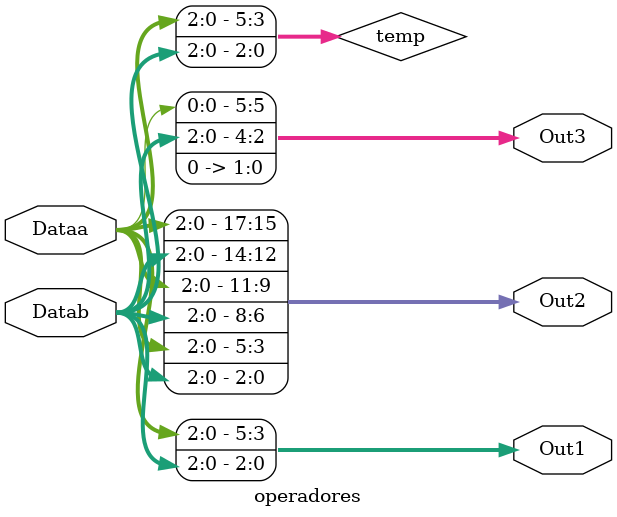
<source format=v>
/*
Aplicacao de operadores
Autores: Camila Boa Morte
Descricao: Este modulo implementa um exemplo de funcionamento dos operadores de 
de concatenacao, replicacao e deslocamento
por meio da associacao de 5 somadores completos de 1 bit.

XXXI SIECOMP - Oficina Introducao ao Verilog Comportamental
*/

module operadores(input [5:0] Dataa, input[5:0] Datab, output reg [5:0] Out1,  output reg [17:0] Out2, output reg [5:0] Out3);

 reg [5:0] temp;
 
 always @ (*) begin
	temp = {Dataa[2:0], Datab[2:0]};
	Out1 = temp;
	Out2 = {3{temp}};
	Out3 = temp << 2;
 end
endmodule


</source>
